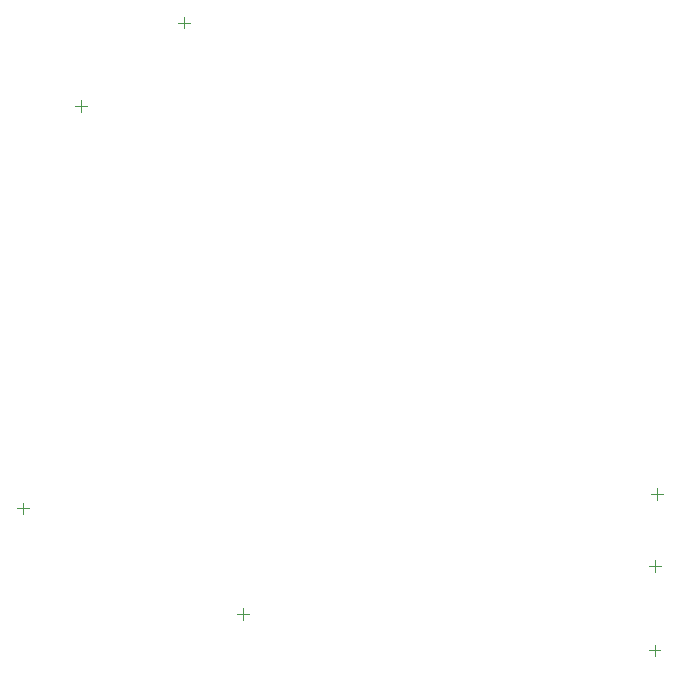
<source format=gbr>
%TF.GenerationSoftware,Altium Limited,Altium Designer,24.7.2 (38)*%
G04 Layer_Color=32768*
%FSLAX45Y45*%
%MOMM*%
%TF.SameCoordinates,313A2AA4-CFAA-4B56-AAC7-ADE98D6BBF51*%
%TF.FilePolarity,Positive*%
%TF.FileFunction,Other,Bottom_Component_Center*%
%TF.Part,Single*%
G01*
G75*
%TA.AperFunction,NonConductor*%
%ADD98C,0.10000*%
D98*
X1332500Y2190403D02*
X1432500D01*
X1382500Y2140403D02*
Y2240403D01*
X6687500Y1704083D02*
X6787500D01*
X6737500Y1654083D02*
Y1754083D01*
X6682500Y988291D02*
X6782500D01*
X6732500Y938291D02*
Y1038291D01*
X6700000Y2312500D02*
X6800000D01*
X6750000Y2262500D02*
Y2362500D01*
X3250000Y1250000D02*
Y1350000D01*
X3200000Y1300000D02*
X3300000D01*
X1827500Y5595000D02*
X1927500D01*
X1877500Y5545000D02*
Y5645000D01*
X2697500Y6305000D02*
X2797500D01*
X2747500Y6255000D02*
Y6355000D01*
%TF.MD5,b4a6b6b65d2dda40568e8a4b395dd357*%
M02*

</source>
